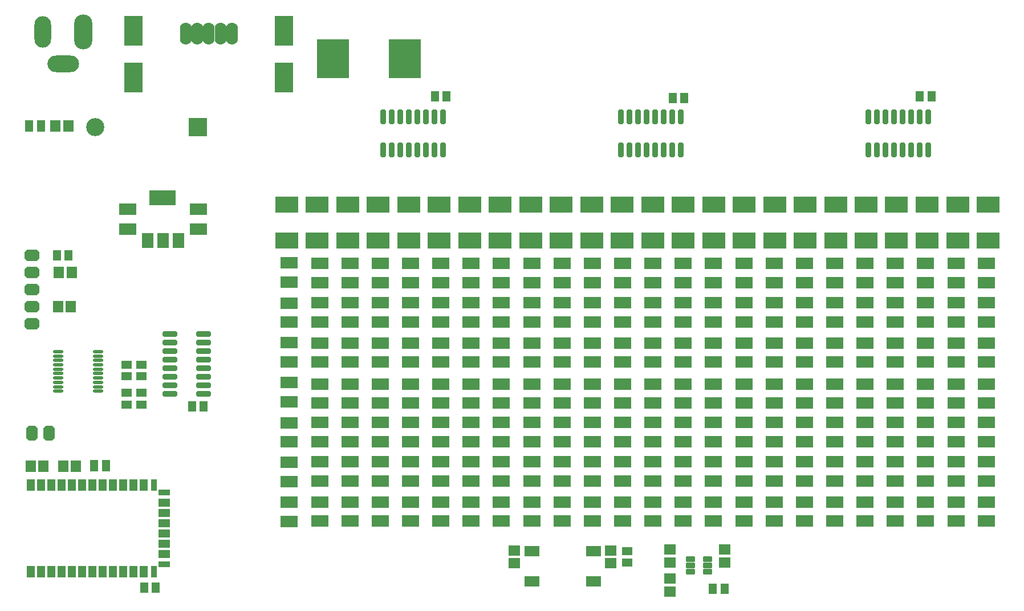
<source format=gts>
G04*
G04 #@! TF.GenerationSoftware,Altium Limited,Altium Designer,19.0.15 (446)*
G04*
G04 Layer_Color=8388736*
%FSLAX23Y23*%
%MOIN*%
G70*
G01*
G75*
%ADD46R,0.059X0.071*%
%ADD47R,0.188X0.225*%
%ADD48R,0.106X0.178*%
%ADD49R,0.102X0.071*%
%ADD50R,0.158X0.087*%
%ADD51R,0.067X0.087*%
%ADD52R,0.051X0.063*%
%ADD53O,0.063X0.018*%
%ADD54O,0.063X0.018*%
%ADD55R,0.063X0.051*%
G04:AMPARAMS|DCode=56|XSize=86mil|YSize=32mil|CornerRadius=7mil|HoleSize=0mil|Usage=FLASHONLY|Rotation=0.000|XOffset=0mil|YOffset=0mil|HoleType=Round|Shape=RoundedRectangle|*
%AMROUNDEDRECTD56*
21,1,0.086,0.018,0,0,0.0*
21,1,0.072,0.032,0,0,0.0*
1,1,0.014,0.036,-0.009*
1,1,0.014,-0.036,-0.009*
1,1,0.014,-0.036,0.009*
1,1,0.014,0.036,0.009*
%
%ADD56ROUNDEDRECTD56*%
%ADD57R,0.048X0.068*%
%ADD58R,0.038X0.068*%
%ADD59R,0.068X0.038*%
%ADD60R,0.068X0.048*%
G04:AMPARAMS|DCode=61|XSize=86mil|YSize=32mil|CornerRadius=7mil|HoleSize=0mil|Usage=FLASHONLY|Rotation=90.000|XOffset=0mil|YOffset=0mil|HoleType=Round|Shape=RoundedRectangle|*
%AMROUNDEDRECTD61*
21,1,0.086,0.018,0,0,90.0*
21,1,0.072,0.032,0,0,90.0*
1,1,0.014,0.009,0.036*
1,1,0.014,0.009,-0.036*
1,1,0.014,-0.009,-0.036*
1,1,0.014,-0.009,0.036*
%
%ADD61ROUNDEDRECTD61*%
%ADD62R,0.138X0.098*%
%ADD63R,0.071X0.059*%
G04:AMPARAMS|DCode=64|XSize=56mil|YSize=31mil|CornerRadius=7mil|HoleSize=0mil|Usage=FLASHONLY|Rotation=0.000|XOffset=0mil|YOffset=0mil|HoleType=Round|Shape=RoundedRectangle|*
%AMROUNDEDRECTD64*
21,1,0.056,0.017,0,0,0.0*
21,1,0.042,0.031,0,0,0.0*
1,1,0.014,0.021,-0.009*
1,1,0.014,-0.021,-0.009*
1,1,0.014,-0.021,0.009*
1,1,0.014,0.021,0.009*
%
%ADD64ROUNDEDRECTD64*%
%ADD65R,0.051X0.065*%
%ADD66R,0.091X0.063*%
%ADD67R,0.106X0.106*%
%ADD68C,0.106*%
%ADD69O,0.185X0.097*%
%ADD70O,0.097X0.185*%
%ADD71O,0.106X0.205*%
G04:AMPARAMS|DCode=72|XSize=88mil|YSize=68mil|CornerRadius=0mil|HoleSize=0mil|Usage=FLASHONLY|Rotation=180.000|XOffset=0mil|YOffset=0mil|HoleType=Round|Shape=Octagon|*
%AMOCTAGOND72*
4,1,8,-0.044,0.017,-0.044,-0.017,-0.027,-0.034,0.027,-0.034,0.044,-0.017,0.044,0.017,0.027,0.034,-0.027,0.034,-0.044,0.017,0.0*
%
%ADD72OCTAGOND72*%

G04:AMPARAMS|DCode=73|XSize=88mil|YSize=68mil|CornerRadius=0mil|HoleSize=0mil|Usage=FLASHONLY|Rotation=90.000|XOffset=0mil|YOffset=0mil|HoleType=Round|Shape=Octagon|*
%AMOCTAGOND73*
4,1,8,0.017,0.044,-0.017,0.044,-0.034,0.027,-0.034,-0.027,-0.017,-0.044,0.017,-0.044,0.034,-0.027,0.034,0.027,0.017,0.044,0.0*
%
%ADD73OCTAGOND73*%

%ADD74O,0.069X0.130*%
D46*
X-1293Y2255D02*
D03*
X-1367D02*
D03*
X-1347Y1400D02*
D03*
X-1273D02*
D03*
X-1278Y1200D02*
D03*
X-1352D02*
D03*
X-1512Y265D02*
D03*
X-1438D02*
D03*
X-1322D02*
D03*
X-1248D02*
D03*
D47*
X254Y2650D02*
D03*
X676D02*
D03*
D48*
X-30Y2537D02*
D03*
Y2813D02*
D03*
X-910Y2537D02*
D03*
Y2813D02*
D03*
D49*
X-530Y1651D02*
D03*
Y1769D02*
D03*
X-945Y1651D02*
D03*
Y1769D02*
D03*
X4075Y1452D02*
D03*
Y1340D02*
D03*
X3898Y1452D02*
D03*
Y1340D02*
D03*
X3720Y1452D02*
D03*
Y1340D02*
D03*
X3543Y1452D02*
D03*
Y1340D02*
D03*
X3366Y1452D02*
D03*
Y1340D02*
D03*
X3189Y1452D02*
D03*
Y1340D02*
D03*
X3012Y1452D02*
D03*
Y1340D02*
D03*
X2835Y1452D02*
D03*
Y1340D02*
D03*
X2657Y1452D02*
D03*
Y1340D02*
D03*
X2480Y1452D02*
D03*
Y1340D02*
D03*
X2303Y1452D02*
D03*
Y1340D02*
D03*
X2126Y1452D02*
D03*
Y1340D02*
D03*
X1949Y1452D02*
D03*
Y1340D02*
D03*
X1772Y1452D02*
D03*
Y1340D02*
D03*
X1594Y1452D02*
D03*
Y1340D02*
D03*
X1417Y1452D02*
D03*
Y1340D02*
D03*
X1240Y1452D02*
D03*
Y1340D02*
D03*
X1063Y1452D02*
D03*
Y1340D02*
D03*
X886Y1452D02*
D03*
Y1340D02*
D03*
X709Y1452D02*
D03*
Y1340D02*
D03*
X531Y1452D02*
D03*
Y1340D02*
D03*
X354Y1452D02*
D03*
Y1340D02*
D03*
X177Y1452D02*
D03*
Y1340D02*
D03*
X0Y1454D02*
D03*
Y1341D02*
D03*
X4075Y1221D02*
D03*
Y1109D02*
D03*
X3898Y1221D02*
D03*
Y1109D02*
D03*
X3720Y1221D02*
D03*
Y1109D02*
D03*
X3543Y1221D02*
D03*
Y1109D02*
D03*
X3366Y1221D02*
D03*
Y1109D02*
D03*
X3189Y1221D02*
D03*
Y1109D02*
D03*
X3012Y1221D02*
D03*
Y1109D02*
D03*
X2835Y1221D02*
D03*
Y1109D02*
D03*
X2657Y1221D02*
D03*
Y1109D02*
D03*
X2480Y1221D02*
D03*
Y1109D02*
D03*
X2303Y1221D02*
D03*
Y1109D02*
D03*
X2126Y1221D02*
D03*
Y1109D02*
D03*
X1949Y1221D02*
D03*
Y1109D02*
D03*
X1772Y1221D02*
D03*
Y1109D02*
D03*
X1594Y1221D02*
D03*
Y1109D02*
D03*
X1417Y1221D02*
D03*
Y1109D02*
D03*
X1240Y1221D02*
D03*
Y1109D02*
D03*
X1063Y1221D02*
D03*
Y1109D02*
D03*
X886Y1221D02*
D03*
Y1109D02*
D03*
X709Y1221D02*
D03*
Y1109D02*
D03*
X531Y1221D02*
D03*
Y1109D02*
D03*
X354Y1221D02*
D03*
Y1109D02*
D03*
X177Y1221D02*
D03*
Y1109D02*
D03*
X0Y1220D02*
D03*
Y1108D02*
D03*
X4075Y986D02*
D03*
Y874D02*
D03*
X3898Y986D02*
D03*
Y874D02*
D03*
X3720Y986D02*
D03*
Y874D02*
D03*
X3543Y986D02*
D03*
Y874D02*
D03*
X3366Y986D02*
D03*
Y874D02*
D03*
X3189Y986D02*
D03*
Y874D02*
D03*
X3012Y986D02*
D03*
Y874D02*
D03*
X2835Y986D02*
D03*
Y874D02*
D03*
X2657Y986D02*
D03*
Y874D02*
D03*
X2480Y986D02*
D03*
Y874D02*
D03*
X2303Y986D02*
D03*
Y874D02*
D03*
X2126Y986D02*
D03*
Y874D02*
D03*
X1949Y986D02*
D03*
Y874D02*
D03*
X1772Y986D02*
D03*
Y874D02*
D03*
X1594Y986D02*
D03*
Y874D02*
D03*
X1417Y986D02*
D03*
Y874D02*
D03*
X1240Y986D02*
D03*
Y874D02*
D03*
X1063Y986D02*
D03*
Y874D02*
D03*
X886Y986D02*
D03*
Y874D02*
D03*
X709Y986D02*
D03*
Y874D02*
D03*
X531Y986D02*
D03*
Y874D02*
D03*
X354Y986D02*
D03*
Y874D02*
D03*
X177Y986D02*
D03*
Y874D02*
D03*
X0Y987D02*
D03*
Y875D02*
D03*
X4075Y746D02*
D03*
Y634D02*
D03*
X3898Y746D02*
D03*
Y634D02*
D03*
X3720Y746D02*
D03*
Y634D02*
D03*
X3543Y746D02*
D03*
Y634D02*
D03*
X3366Y746D02*
D03*
Y634D02*
D03*
X3189Y746D02*
D03*
Y634D02*
D03*
X3012Y746D02*
D03*
Y634D02*
D03*
X2835Y746D02*
D03*
Y634D02*
D03*
X2657Y746D02*
D03*
Y634D02*
D03*
X2480Y746D02*
D03*
Y634D02*
D03*
X2303Y746D02*
D03*
Y634D02*
D03*
X2126Y746D02*
D03*
Y634D02*
D03*
X1949Y746D02*
D03*
Y634D02*
D03*
X1772Y746D02*
D03*
Y634D02*
D03*
X1594Y746D02*
D03*
Y634D02*
D03*
X1417Y746D02*
D03*
Y634D02*
D03*
X1240Y746D02*
D03*
Y634D02*
D03*
X1063Y746D02*
D03*
Y634D02*
D03*
X886Y746D02*
D03*
Y634D02*
D03*
X709Y746D02*
D03*
Y634D02*
D03*
X531Y746D02*
D03*
Y634D02*
D03*
X354Y746D02*
D03*
Y634D02*
D03*
X177Y746D02*
D03*
Y634D02*
D03*
X0Y754D02*
D03*
Y642D02*
D03*
X4075Y521D02*
D03*
Y409D02*
D03*
X3898Y521D02*
D03*
Y409D02*
D03*
X3720Y521D02*
D03*
Y409D02*
D03*
X3543Y521D02*
D03*
Y409D02*
D03*
X3366Y521D02*
D03*
Y409D02*
D03*
X3189Y521D02*
D03*
Y409D02*
D03*
X3012Y521D02*
D03*
Y409D02*
D03*
X2835Y521D02*
D03*
Y409D02*
D03*
X2657Y521D02*
D03*
Y409D02*
D03*
X2480Y521D02*
D03*
Y409D02*
D03*
X2303Y521D02*
D03*
Y409D02*
D03*
X2126Y521D02*
D03*
Y409D02*
D03*
X1949Y521D02*
D03*
Y409D02*
D03*
X1772Y521D02*
D03*
Y409D02*
D03*
X1594Y521D02*
D03*
Y409D02*
D03*
X1417Y521D02*
D03*
Y409D02*
D03*
X1240Y521D02*
D03*
Y409D02*
D03*
X1063Y521D02*
D03*
Y409D02*
D03*
X886Y521D02*
D03*
Y409D02*
D03*
X709Y521D02*
D03*
Y409D02*
D03*
X531Y521D02*
D03*
Y409D02*
D03*
X354Y521D02*
D03*
Y409D02*
D03*
X177Y521D02*
D03*
Y409D02*
D03*
X0Y520D02*
D03*
Y408D02*
D03*
X4075Y291D02*
D03*
Y179D02*
D03*
X3898Y291D02*
D03*
Y179D02*
D03*
X3720Y291D02*
D03*
Y179D02*
D03*
X3543Y291D02*
D03*
Y179D02*
D03*
X3366Y291D02*
D03*
Y179D02*
D03*
X3189Y291D02*
D03*
Y179D02*
D03*
X3012Y291D02*
D03*
Y179D02*
D03*
X2835Y291D02*
D03*
Y179D02*
D03*
X2657Y291D02*
D03*
Y179D02*
D03*
X2480Y291D02*
D03*
Y179D02*
D03*
X2303Y291D02*
D03*
Y179D02*
D03*
X2126Y291D02*
D03*
Y179D02*
D03*
X1949Y291D02*
D03*
Y179D02*
D03*
X1772Y291D02*
D03*
Y179D02*
D03*
X1594Y291D02*
D03*
Y179D02*
D03*
X1417Y291D02*
D03*
Y179D02*
D03*
X1240Y291D02*
D03*
Y179D02*
D03*
X1063Y291D02*
D03*
Y179D02*
D03*
X886Y291D02*
D03*
Y179D02*
D03*
X709Y291D02*
D03*
Y179D02*
D03*
X531Y291D02*
D03*
Y179D02*
D03*
X354Y291D02*
D03*
Y179D02*
D03*
X177Y291D02*
D03*
Y179D02*
D03*
X0Y287D02*
D03*
Y175D02*
D03*
X4075Y56D02*
D03*
Y-56D02*
D03*
X3898Y56D02*
D03*
Y-56D02*
D03*
X3720Y56D02*
D03*
Y-56D02*
D03*
X3543Y56D02*
D03*
Y-56D02*
D03*
X3366Y56D02*
D03*
Y-56D02*
D03*
X3189Y56D02*
D03*
Y-56D02*
D03*
X3012Y56D02*
D03*
Y-56D02*
D03*
X2835Y56D02*
D03*
Y-56D02*
D03*
X2657Y56D02*
D03*
Y-56D02*
D03*
X2480Y56D02*
D03*
Y-56D02*
D03*
X2303Y56D02*
D03*
Y-56D02*
D03*
X2126Y56D02*
D03*
Y-56D02*
D03*
X1949Y56D02*
D03*
Y-56D02*
D03*
X1772Y56D02*
D03*
Y-56D02*
D03*
X1594Y56D02*
D03*
Y-56D02*
D03*
X1417Y56D02*
D03*
Y-56D02*
D03*
X1240Y56D02*
D03*
Y-56D02*
D03*
X1063Y56D02*
D03*
Y-56D02*
D03*
X886Y56D02*
D03*
Y-56D02*
D03*
X709Y56D02*
D03*
Y-56D02*
D03*
X531Y56D02*
D03*
Y-56D02*
D03*
X354Y56D02*
D03*
Y-56D02*
D03*
X177Y56D02*
D03*
Y-56D02*
D03*
X0Y54D02*
D03*
Y-58D02*
D03*
D50*
X-740Y1834D02*
D03*
D51*
X-649Y1586D02*
D03*
X-739D02*
D03*
X-829D02*
D03*
D52*
X-1291Y1500D02*
D03*
X-1359D02*
D03*
X-569Y615D02*
D03*
X-501D02*
D03*
X-781Y-445D02*
D03*
X-849D02*
D03*
X3754Y2430D02*
D03*
X3686D02*
D03*
X2309Y2420D02*
D03*
X2241D02*
D03*
X919Y2430D02*
D03*
X851D02*
D03*
X2544Y-450D02*
D03*
X2476D02*
D03*
D53*
X-1351Y935D02*
D03*
Y910D02*
D03*
Y884D02*
D03*
Y858D02*
D03*
Y833D02*
D03*
Y807D02*
D03*
Y782D02*
D03*
Y705D02*
D03*
X-1119Y935D02*
D03*
Y910D02*
D03*
Y756D02*
D03*
Y730D02*
D03*
Y705D02*
D03*
D54*
X-1351Y756D02*
D03*
Y730D02*
D03*
X-1119Y884D02*
D03*
Y858D02*
D03*
Y833D02*
D03*
Y807D02*
D03*
Y782D02*
D03*
D55*
X-865Y859D02*
D03*
Y791D02*
D03*
X-950D02*
D03*
Y859D02*
D03*
X-865Y626D02*
D03*
Y694D02*
D03*
X-950Y626D02*
D03*
Y694D02*
D03*
X1975Y-231D02*
D03*
Y-299D02*
D03*
D56*
X-697Y1040D02*
D03*
Y990D02*
D03*
Y940D02*
D03*
Y890D02*
D03*
Y840D02*
D03*
Y790D02*
D03*
Y740D02*
D03*
Y690D02*
D03*
X-503D02*
D03*
Y740D02*
D03*
Y790D02*
D03*
Y840D02*
D03*
Y890D02*
D03*
Y940D02*
D03*
Y990D02*
D03*
Y1040D02*
D03*
D57*
X-1510Y-351D02*
D03*
X-1450D02*
D03*
X-1390D02*
D03*
X-1330D02*
D03*
X-1270D02*
D03*
X-1210D02*
D03*
X-1150D02*
D03*
X-1090D02*
D03*
X-1030D02*
D03*
X-970D02*
D03*
X-910D02*
D03*
X-850D02*
D03*
X-1510Y155D02*
D03*
X-1450D02*
D03*
X-1390D02*
D03*
X-1330D02*
D03*
X-1270D02*
D03*
X-1210D02*
D03*
X-1150D02*
D03*
X-1090D02*
D03*
X-1030D02*
D03*
X-970D02*
D03*
X-910D02*
D03*
X-850D02*
D03*
D58*
X-790Y-351D02*
D03*
Y155D02*
D03*
D59*
X-730Y-308D02*
D03*
Y112D02*
D03*
D60*
Y-248D02*
D03*
Y-188D02*
D03*
Y-128D02*
D03*
Y-68D02*
D03*
Y-8D02*
D03*
Y52D02*
D03*
D61*
X3385Y2115D02*
D03*
X3435D02*
D03*
X3485D02*
D03*
X3535D02*
D03*
X3585D02*
D03*
X3635D02*
D03*
X3685D02*
D03*
X3735D02*
D03*
Y2310D02*
D03*
X3685D02*
D03*
X3635D02*
D03*
X3585D02*
D03*
X3535D02*
D03*
X3485D02*
D03*
X3435D02*
D03*
X3385D02*
D03*
X1940Y2115D02*
D03*
X1990D02*
D03*
X2040D02*
D03*
X2090D02*
D03*
X2140D02*
D03*
X2190D02*
D03*
X2240D02*
D03*
X2290D02*
D03*
Y2310D02*
D03*
X2240D02*
D03*
X2190D02*
D03*
X2140D02*
D03*
X2090D02*
D03*
X2040D02*
D03*
X1990D02*
D03*
X1940D02*
D03*
X550Y2115D02*
D03*
X600D02*
D03*
X650D02*
D03*
X700D02*
D03*
X750D02*
D03*
X800D02*
D03*
X850D02*
D03*
X900D02*
D03*
Y2310D02*
D03*
X850D02*
D03*
X800D02*
D03*
X750D02*
D03*
X700D02*
D03*
X650D02*
D03*
X600D02*
D03*
X550D02*
D03*
D62*
X4085Y1795D02*
D03*
Y1585D02*
D03*
X3907Y1795D02*
D03*
Y1585D02*
D03*
X3728Y1795D02*
D03*
Y1585D02*
D03*
X3550Y1795D02*
D03*
Y1585D02*
D03*
X3372Y1795D02*
D03*
Y1585D02*
D03*
X3194Y1795D02*
D03*
Y1585D02*
D03*
X3015Y1795D02*
D03*
Y1585D02*
D03*
X2837Y1795D02*
D03*
Y1585D02*
D03*
X2659Y1795D02*
D03*
Y1585D02*
D03*
X2481Y1795D02*
D03*
Y1585D02*
D03*
X2302Y1795D02*
D03*
Y1585D02*
D03*
X2124Y1795D02*
D03*
Y1585D02*
D03*
X1946Y1795D02*
D03*
Y1585D02*
D03*
X1768Y1795D02*
D03*
Y1585D02*
D03*
X1589Y1795D02*
D03*
Y1585D02*
D03*
X1411Y1795D02*
D03*
Y1585D02*
D03*
X1233Y1795D02*
D03*
Y1585D02*
D03*
X1055Y1795D02*
D03*
Y1585D02*
D03*
X876Y1795D02*
D03*
Y1585D02*
D03*
X698Y1795D02*
D03*
Y1585D02*
D03*
X520Y1795D02*
D03*
Y1585D02*
D03*
X342Y1795D02*
D03*
Y1585D02*
D03*
X163Y1795D02*
D03*
Y1585D02*
D03*
X-15Y1795D02*
D03*
Y1585D02*
D03*
D63*
X1880Y-302D02*
D03*
Y-228D02*
D03*
X1315Y-228D02*
D03*
Y-302D02*
D03*
X2225Y-467D02*
D03*
Y-393D02*
D03*
Y-223D02*
D03*
Y-297D02*
D03*
X2545Y-223D02*
D03*
Y-297D02*
D03*
D64*
X2346Y-278D02*
D03*
Y-315D02*
D03*
Y-352D02*
D03*
X2444Y-278D02*
D03*
Y-315D02*
D03*
Y-352D02*
D03*
D65*
X-1520Y2255D02*
D03*
X-1450D02*
D03*
X-1070Y270D02*
D03*
X-1140D02*
D03*
D66*
X1420Y-231D02*
D03*
Y-409D02*
D03*
X1778Y-231D02*
D03*
Y-409D02*
D03*
D67*
X-535Y2250D02*
D03*
D68*
X-1135D02*
D03*
D69*
X-1323Y2620D02*
D03*
D70*
X-1441Y2805D02*
D03*
D71*
X-1205D02*
D03*
D72*
X-1505Y1100D02*
D03*
Y1200D02*
D03*
Y1300D02*
D03*
Y1400D02*
D03*
Y1500D02*
D03*
D73*
Y460D02*
D03*
X-1405D02*
D03*
D74*
X-336Y2795D02*
D03*
X-403D02*
D03*
X-470D02*
D03*
X-537D02*
D03*
X-604D02*
D03*
M02*

</source>
